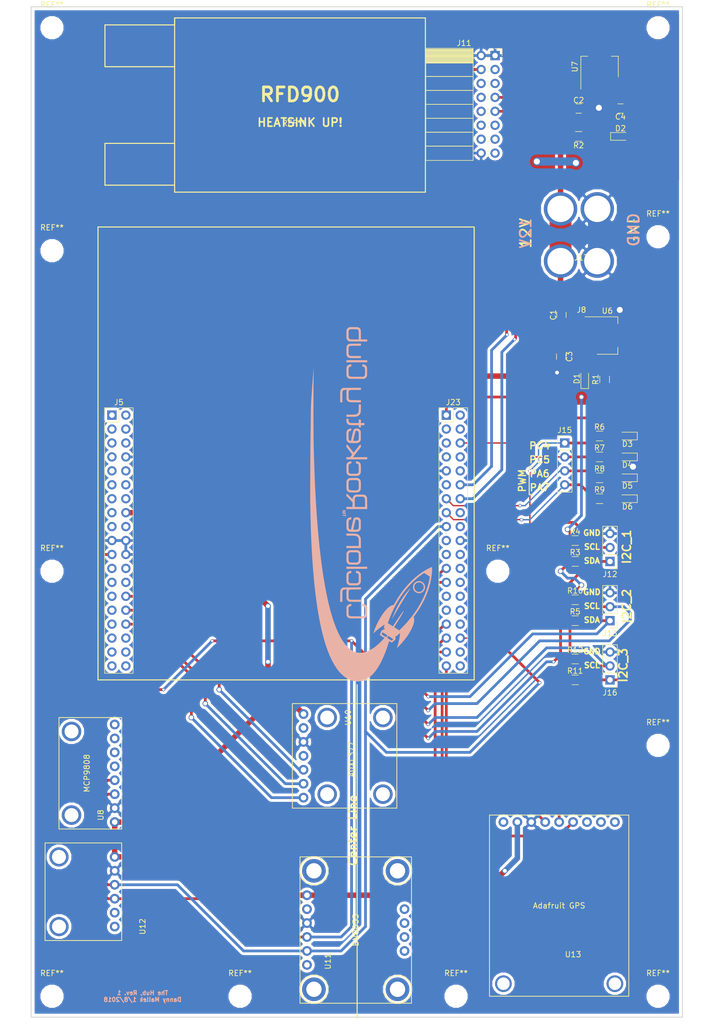
<source format=kicad_pcb>
(kicad_pcb (version 4) (host pcbnew 4.0.7)
  (title_block (title "The Hub") (rev 1.0) (company "Desert Jackal"))
  (layers (0 F.Cu signal) (31 B.Cu signal) (34 B.Paste user) (35 F.Paste user) (36 B.SilkS user) (37 F.SilkS user) (38 B.Mask user) (39 F.Mask user) (44 Edge.Cuts user))
  (net 0 "")
  (net 1 +12V)
  (net 2 GND)
  (net 3 +3V3)
  (net 4 +5V)
  (net 5 "Net-(D1-Pad1)")
  (net 6 "Net-(D2-Pad1)")
  (net 7 "Net-(D3-Pad2)")
  (net 8 "Net-(D4-Pad2)")
  (net 9 "Net-(D5-Pad2)")
  (net 10 "Net-(D6-Pad2)")
  (net 11 /PC9)
  (net 12 /PC8)
  (net 13 /PB8)
  (net 14 /PC6)
  (net 15 /PB9)
  (net 16 /PC5)
  (net 17 /AVDD)
  (net 18 "Net-(J5-Pad10)")
  (net 19 /PA5)
  (net 20 /PA12)
  (net 21 /PA6)
  (net 22 /PA11)
  (net 23 /PA7)
  (net 24 /PB12)
  (net 25 /PB6)
  (net 26 /PA9)
  (net 27 /PA8)
  (net 28 /PB1)
  (net 29 /PB15)
  (net 30 /PB4)
  (net 31 /PB14)
  (net 32 /PB5)
  (net 33 /PB13)
  (net 34 /AGND)
  (net 35 /PC4)
  (net 36 /PA2)
  (net 37 /PA3)
  (net 38 "Net-(J11-Pad3)")
  (net 39 "Net-(J11-Pad5)")
  (net 40 "Net-(J11-Pad6)")
  (net 41 "Net-(J11-Pad8)")
  (net 42 "Net-(J11-Pad10)")
  (net 43 "Net-(J11-Pad11)")
  (net 44 "Net-(J11-Pad12)")
  (net 45 "Net-(J11-Pad13)")
  (net 46 "Net-(J11-Pad14)")
  (net 47 "Net-(J11-Pad15)")
  (net 48 /PB7)
  (net 49 /A0)
  (net 50 /A1)
  (net 51 /A2)
  (net 52 /PC10)
  (net 53 /PC11)
  (net 54 /PC12)
  (net 55 /PD2)
  (net 56 /VDD)
  (net 57 /E5V)
  (net 58 /BOOT0)
  (net 59 "Net-(J5-Pad9)")
  (net 60 "Net-(J5-Pad11)")
  (net 61 /IOREF)
  (net 62 /PA13)
  (net 63 /RESET)
  (net 64 /PA14)
  (net 65 /PA15)
  (net 66 /PC13)
  (net 67 "Net-(J5-Pad24)")
  (net 68 /PC14)
  (net 69 "Net-(J5-Pad26)")
  (net 70 /PC15)
  (net 71 /PH0)
  (net 72 /PH1)
  (net 73 /VBAT)
  (net 74 /PB0)
  (net 75 /PC2)
  (net 76 /PC1)
  (net 77 /PC3)
  (net 78 /PC0)
  (net 79 /U5V)
  (net 80 "Net-(J23-Pad10)")
  (net 81 "Net-(J23-Pad18)")
  (net 82 /PC7)
  (net 83 /PB2)
  (net 84 "Net-(J23-Pad36)")
  (net 85 "Net-(J23-Pad38)")
  (net 86 /PB3)
  (net 87 /PB10)
  (net 88 /GPS_FIX)
  (net 89 "Net-(U8-Pad5)")
  (net 90 "Net-(U8-Pad6)")
  (net 91 "Net-(U8-Pad7)")
  (net 92 "Net-(U8-Pad8)")
  (net 93 "Net-(U10-Pad2)")
  (net 94 "Net-(U10-Pad4)")
  (net 95 "Net-(U11-Pad2)")
  (net 96 "Net-(U11-Pad6)")
  (net 97 "Net-(U11-Pad7)")
  (net 98 "Net-(U11-Pad8)")
  (net 99 "Net-(U11-Pad9)")
  (net 100 "Net-(U11-Pad10)")
  (net 101 "Net-(U12-Pad1)")
  (net 102 "Net-(U12-Pad2)")
  (net 103 "Net-(U13-Pad1)")
  (net 104 "Net-(U13-Pad2)")
  (net 105 "Net-(U13-Pad3)")
  (net 106 "Net-(U13-Pad9)")
  (module Mounting_Holes:MountingHole_3.2mm_M3 (layer F.Cu) (at 176.53 92.71)
    (fp_text reference REF** (at 0 -4.2) (layer F.SilkS))
    (fp_text value MountingHole_3.2mm_M3)
    (pad 1 np_thru_hole circle (at 0 0) (size 3.2 3.2) (drill 3.2) (layers *.Cu *.Mask))
  )
  (module TO_SOT_Packages_SMD:SOT-223-3Lead_TabPin2 (layer F.Cu) (at 167.2844 110.7186)
    (fp_text reference U6 (at 0 -4.5) (layer F.SilkS))
    (fp_text value TL1963)
    (pad 2 smd rect (at 3.15 0) (size 2 3.8) (layers F.Cu F.Paste F.Mask) (net 2 GND))
    (pad 2 smd rect (at -3.15 0) (size 2 1.5) (layers F.Cu F.Paste F.Mask) (net 2 GND))
    (pad 3 smd rect (at -3.15 2.3) (size 2 1.5) (layers F.Cu F.Paste F.Mask) (net 3 +3V3))
    (pad 1 smd rect (at -3.15 -2.3) (size 2 1.5) (layers F.Cu F.Paste F.Mask) (net 1 +12V))
  )
  (module Socket_Strips:Socket_Strip_Angled_2x08_Pitch2.54mm (layer F.Cu) (at 146.812 59.69)
    (fp_text reference J11 (at -5.65 -2.27) (layer F.SilkS))
    (fp_text value RFD900)
    (pad 1 thru_hole rect (at 0 0) (size 1.7 1.7) (drill 1) (layers *.Cu *.Mask) (net 2 GND))
    (pad 2 thru_hole oval (at -2.54 0) (size 1.7 1.7) (drill 1) (layers *.Cu *.Mask) (net 2 GND))
    (pad 3 thru_hole oval (at 0 2.54) (size 1.7 1.7) (drill 1) (layers *.Cu *.Mask) (net 38 "Net-(J11-Pad3)"))
    (pad 4 thru_hole oval (at -2.54 2.54) (size 1.7 1.7) (drill 1) (layers *.Cu *.Mask) (net 4 +5V))
    (pad 5 thru_hole oval (at 0 5.08) (size 1.7 1.7) (drill 1) (layers *.Cu *.Mask) (net 39 "Net-(J11-Pad5)"))
    (pad 6 thru_hole oval (at -2.54 5.08) (size 1.7 1.7) (drill 1) (layers *.Cu *.Mask) (net 40 "Net-(J11-Pad6)"))
    (pad 7 thru_hole oval (at 0 7.62) (size 1.7 1.7) (drill 1) (layers *.Cu *.Mask) (net 22 /PA11))
    (pad 8 thru_hole oval (at -2.54 7.62) (size 1.7 1.7) (drill 1) (layers *.Cu *.Mask) (net 41 "Net-(J11-Pad8)"))
    (pad 9 thru_hole oval (at 0 10.16) (size 1.7 1.7) (drill 1) (layers *.Cu *.Mask) (net 20 /PA12))
    (pad 10 thru_hole oval (at -2.54 10.16) (size 1.7 1.7) (drill 1) (layers *.Cu *.Mask) (net 42 "Net-(J11-Pad10)"))
    (pad 11 thru_hole oval (at 0 12.7) (size 1.7 1.7) (drill 1) (layers *.Cu *.Mask) (net 43 "Net-(J11-Pad11)"))
    (pad 12 thru_hole oval (at -2.54 12.7) (size 1.7 1.7) (drill 1) (layers *.Cu *.Mask) (net 44 "Net-(J11-Pad12)"))
    (pad 13 thru_hole oval (at 0 15.24) (size 1.7 1.7) (drill 1) (layers *.Cu *.Mask) (net 45 "Net-(J11-Pad13)"))
    (pad 14 thru_hole oval (at -2.54 15.24) (size 1.7 1.7) (drill 1) (layers *.Cu *.Mask) (net 46 "Net-(J11-Pad14)"))
    (pad 15 thru_hole oval (at 0 17.78) (size 1.7 1.7) (drill 1) (layers *.Cu *.Mask) (net 47 "Net-(J11-Pad15)"))
    (pad 16 thru_hole oval (at -2.54 17.78) (size 1.7 1.7) (drill 1) (layers *.Cu *.Mask) (net 2 GND))
  )
  (module TO_SOT_Packages_SMD:SOT-223 (layer F.Cu) (at 165.862 61.722 90)
    (fp_text reference U7 (at 0 -4.5 90) (layer F.SilkS))
    (fp_text value LM340MP-5.0)
    (pad 4 smd rect (at 3.15 0 90) (size 2 3.8) (layers F.Cu F.Paste F.Mask))
    (pad 2 smd rect (at -3.15 0 90) (size 2 1.5) (layers F.Cu F.Paste F.Mask) (net 2 GND))
    (pad 3 smd rect (at -3.15 2.3 90) (size 2 1.5) (layers F.Cu F.Paste F.Mask) (net 4 +5V))
    (pad 1 smd rect (at -3.15 -2.3 90) (size 2 1.5) (layers F.Cu F.Paste F.Mask) (net 1 +12V))
  )
  (module Resistors_SMD:R_0805 (layer F.Cu) (at 161.417 169.672)
    (fp_text reference R12 (at 0 -1.65) (layer F.SilkS))
    (fp_text value 2.2K)
    (pad 1 smd rect (at -0.95 0) (size 0.7 1.3) (layers F.Cu F.Paste F.Mask) (net 3 +3V3))
    (pad 2 smd rect (at 0.95 0) (size 0.7 1.3) (layers F.Cu F.Paste F.Mask) (net 27 /PA8))
  )
  (module Resistors_SMD:R_0805 (layer F.Cu) (at 161.417 173.482)
    (fp_text reference R11 (at 0 -1.65) (layer F.SilkS))
    (fp_text value 2.2K)
    (pad 1 smd rect (at -0.95 0) (size 0.7 1.3) (layers F.Cu F.Paste F.Mask) (net 3 +3V3))
    (pad 2 smd rect (at 0.95 0) (size 0.7 1.3) (layers F.Cu F.Paste F.Mask) (net 11 /PC9))
  )
  (module Resistors_SMD:R_0805 (layer F.Cu) (at 161.417 158.877)
    (fp_text reference R10 (at 0 -1.65) (layer F.SilkS))
    (fp_text value 2.2K)
    (pad 1 smd rect (at -0.95 0) (size 0.7 1.3) (layers F.Cu F.Paste F.Mask) (net 3 +3V3))
    (pad 2 smd rect (at 0.95 0) (size 0.7 1.3) (layers F.Cu F.Paste F.Mask) (net 87 /PB10))
  )
  (module Resistors_SMD:R_0805 (layer F.Cu) (at 165.862 140.462)
    (fp_text reference R9 (at 0 -1.65) (layer F.SilkS))
    (fp_text value 220)
    (pad 1 smd rect (at -0.95 0) (size 0.7 1.3) (layers F.Cu F.Paste F.Mask) (net 23 /PA7))
    (pad 2 smd rect (at 0.95 0) (size 0.7 1.3) (layers F.Cu F.Paste F.Mask) (net 10 "Net-(D6-Pad2)"))
  )
  (module Resistors_SMD:R_0805 (layer F.Cu) (at 165.862 136.652)
    (fp_text reference R8 (at 0 -1.65) (layer F.SilkS))
    (fp_text value 220)
    (pad 1 smd rect (at -0.95 0) (size 0.7 1.3) (layers F.Cu F.Paste F.Mask) (net 21 /PA6))
    (pad 2 smd rect (at 0.95 0) (size 0.7 1.3) (layers F.Cu F.Paste F.Mask) (net 9 "Net-(D5-Pad2)"))
  )
  (module Resistors_SMD:R_0805 (layer F.Cu) (at 165.862 132.842)
    (fp_text reference R7 (at 0 -1.65) (layer F.SilkS))
    (fp_text value 220)
    (pad 1 smd rect (at -0.95 0) (size 0.7 1.3) (layers F.Cu F.Paste F.Mask) (net 16 /PC5))
    (pad 2 smd rect (at 0.95 0) (size 0.7 1.3) (layers F.Cu F.Paste F.Mask) (net 8 "Net-(D4-Pad2)"))
  )
  (module Resistors_SMD:R_0805 (layer F.Cu) (at 165.862 129.032)
    (fp_text reference R6 (at 0 -1.65) (layer F.SilkS))
    (fp_text value 220)
    (pad 1 smd rect (at -0.95 0) (size 0.7 1.3) (layers F.Cu F.Paste F.Mask) (net 35 /PC4))
    (pad 2 smd rect (at 0.95 0) (size 0.7 1.3) (layers F.Cu F.Paste F.Mask) (net 7 "Net-(D3-Pad2)"))
  )
  (module Resistors_SMD:R_0805 (layer F.Cu) (at 161.417 162.687)
    (fp_text reference R5 (at 0 -1.65) (layer F.SilkS))
    (fp_text value 2.2K)
    (pad 1 smd rect (at -0.95 0) (size 0.7 1.3) (layers F.Cu F.Paste F.Mask) (net 3 +3V3))
    (pad 2 smd rect (at 0.95 0) (size 0.7 1.3) (layers F.Cu F.Paste F.Mask) (net 86 /PB3))
  )
  (module Resistors_SMD:R_0805 (layer F.Cu) (at 161.417 148.082)
    (fp_text reference R4 (at 0 -1.65) (layer F.SilkS))
    (fp_text value 2.2K)
    (pad 1 smd rect (at -0.95 0) (size 0.7 1.3) (layers F.Cu F.Paste F.Mask) (net 3 +3V3))
    (pad 2 smd rect (at 0.95 0) (size 0.7 1.3) (layers F.Cu F.Paste F.Mask) (net 25 /PB6))
  )
  (module Resistors_SMD:R_0805 (layer F.Cu) (at 161.417 151.892)
    (fp_text reference R3 (at 0 -1.65) (layer F.SilkS))
    (fp_text value 2.2K)
    (pad 1 smd rect (at -0.95 0) (size 0.7 1.3) (layers F.Cu F.Paste F.Mask) (net 3 +3V3))
    (pad 2 smd rect (at 0.95 0) (size 0.7 1.3) (layers F.Cu F.Paste F.Mask) (net 48 /PB7))
  )
  (module Resistors_SMD:R_0805 (layer F.Cu) (at 162.052 74.422 180)
    (fp_text reference R2 (at 0 -1.65 180) (layer F.SilkS))
    (fp_text value 220)
    (pad 1 smd rect (at -0.95 0 180) (size 0.7 1.3) (layers F.Cu F.Paste F.Mask) (net 6 "Net-(D2-Pad1)"))
    (pad 2 smd rect (at 0.95 0 180) (size 0.7 1.3) (layers F.Cu F.Paste F.Mask) (net 2 GND))
  )
  (module Resistors_SMD:R_0805 (layer F.Cu) (at 166.7891 118.7196 90)
    (fp_text reference R1 (at 0 -1.65 90) (layer F.SilkS))
    (fp_text value 220)
    (pad 1 smd rect (at -0.95 0 90) (size 0.7 1.3) (layers F.Cu F.Paste F.Mask) (net 5 "Net-(D1-Pad1)"))
    (pad 2 smd rect (at 0.95 0 90) (size 0.7 1.3) (layers F.Cu F.Paste F.Mask) (net 2 GND))
  )
  (module Pin_Headers:Pin_Header_Straight_1x03_Pitch2.54mm (layer F.Cu) (at 167.767 173.482 180)
    (fp_text reference J16 (at 0 -2.33 180) (layer F.SilkS))
    (fp_text value "I2C_3 Test Point")
    (pad 1 thru_hole rect (at 0 0 180) (size 1.7 1.7) (drill 1) (layers *.Cu *.Mask) (net 11 /PC9))
    (pad 2 thru_hole oval (at 0 2.54 180) (size 1.7 1.7) (drill 1) (layers *.Cu *.Mask) (net 27 /PA8))
    (pad 3 thru_hole oval (at 0 5.08 180) (size 1.7 1.7) (drill 1) (layers *.Cu *.Mask) (net 2 GND))
  )
  (module Pin_Headers:Pin_Header_Straight_1x04_Pitch2.54mm (layer F.Cu) (at 159.512 130.302)
    (fp_text reference J15 (at 0 -2.33) (layer F.SilkS))
    (fp_text value "GPIO Test")
    (pad 1 thru_hole rect (at 0 0) (size 1.7 1.7) (drill 1) (layers *.Cu *.Mask) (net 35 /PC4))
    (pad 2 thru_hole oval (at 0 2.54) (size 1.7 1.7) (drill 1) (layers *.Cu *.Mask) (net 16 /PC5))
    (pad 3 thru_hole oval (at 0 5.08) (size 1.7 1.7) (drill 1) (layers *.Cu *.Mask) (net 21 /PA6))
    (pad 4 thru_hole oval (at 0 7.62) (size 1.7 1.7) (drill 1) (layers *.Cu *.Mask) (net 23 /PA7))
  )
  (module Pin_Headers:Pin_Header_Straight_1x03_Pitch2.54mm (layer F.Cu) (at 167.767 162.687 180)
    (fp_text reference J13 (at 0 -2.33 180) (layer F.SilkS))
    (fp_text value "I2C_2 Test Point")
    (pad 1 thru_hole rect (at 0 0 180) (size 1.7 1.7) (drill 1) (layers *.Cu *.Mask) (net 86 /PB3))
    (pad 2 thru_hole oval (at 0 2.54 180) (size 1.7 1.7) (drill 1) (layers *.Cu *.Mask) (net 87 /PB10))
    (pad 3 thru_hole oval (at 0 5.08 180) (size 1.7 1.7) (drill 1) (layers *.Cu *.Mask) (net 2 GND))
  )
  (module Pin_Headers:Pin_Header_Straight_1x03_Pitch2.54mm (layer F.Cu) (at 167.767 151.892 180)
    (fp_text reference J12 (at 0 -2.33 180) (layer F.SilkS))
    (fp_text value "I2C_1 Test Point")
    (pad 1 thru_hole rect (at 0 0 180) (size 1.7 1.7) (drill 1) (layers *.Cu *.Mask) (net 48 /PB7))
    (pad 2 thru_hole oval (at 0 2.54 180) (size 1.7 1.7) (drill 1) (layers *.Cu *.Mask) (net 25 /PB6))
    (pad 3 thru_hole oval (at 0 5.08 180) (size 1.7 1.7) (drill 1) (layers *.Cu *.Mask) (net 2 GND))
  )
  (module LEDs:LED_0805 (layer F.Cu) (at 170.942 140.462 180)
    (fp_text reference D6 (at 0 -1.45 180) (layer F.SilkS))
    (fp_text value LED)
    (pad 2 smd rect (at 1.1 0) (size 1.2 1.2) (layers F.Cu F.Paste F.Mask) (net 10 "Net-(D6-Pad2)"))
    (pad 1 smd rect (at -1.1 0) (size 1.2 1.2) (layers F.Cu F.Paste F.Mask) (net 2 GND))
  )
  (module LEDs:LED_0805 (layer F.Cu) (at 170.942 136.652 180)
    (fp_text reference D5 (at 0 -1.45 180) (layer F.SilkS))
    (fp_text value LED)
    (pad 2 smd rect (at 1.1 0) (size 1.2 1.2) (layers F.Cu F.Paste F.Mask) (net 9 "Net-(D5-Pad2)"))
    (pad 1 smd rect (at -1.1 0) (size 1.2 1.2) (layers F.Cu F.Paste F.Mask) (net 2 GND))
  )
  (module LEDs:LED_0805 (layer F.Cu) (at 170.942 132.842 180)
    (fp_text reference D4 (at 0 -1.45 180) (layer F.SilkS))
    (fp_text value LED)
    (pad 2 smd rect (at 1.1 0) (size 1.2 1.2) (layers F.Cu F.Paste F.Mask) (net 8 "Net-(D4-Pad2)"))
    (pad 1 smd rect (at -1.1 0) (size 1.2 1.2) (layers F.Cu F.Paste F.Mask) (net 2 GND))
  )
  (module LEDs:LED_0805 (layer F.Cu) (at 170.942 129.032 180)
    (fp_text reference D3 (at 0 -1.45 180) (layer F.SilkS))
    (fp_text value LED)
    (pad 2 smd rect (at 1.1 0) (size 1.2 1.2) (layers F.Cu F.Paste F.Mask) (net 7 "Net-(D3-Pad2)"))
    (pad 1 smd rect (at -1.1 0) (size 1.2 1.2) (layers F.Cu F.Paste F.Mask) (net 2 GND))
  )
  (module LEDs:LED_0805 (layer F.Cu) (at 169.672 74.422)
    (fp_text reference D2 (at 0 -1.45) (layer F.SilkS))
    (fp_text value LED)
    (pad 2 smd rect (at 1.1 0 180) (size 1.2 1.2) (layers F.Cu F.Paste F.Mask) (net 4 +5V))
    (pad 1 smd rect (at -1.1 0 180) (size 1.2 1.2) (layers F.Cu F.Paste F.Mask) (net 6 "Net-(D2-Pad1)"))
  )
  (module LEDs:LED_0805 (layer F.Cu) (at 163.1569 118.5799 90)
    (fp_text reference D1 (at 0 -1.45 90) (layer F.SilkS))
    (fp_text value LED)
    (pad 2 smd rect (at 1.1 0 270) (size 1.2 1.2) (layers F.Cu F.Paste F.Mask) (net 3 +3V3))
    (pad 1 smd rect (at -1.1 0 270) (size 1.2 1.2) (layers F.Cu F.Paste F.Mask) (net 5 "Net-(D1-Pad1)"))
  )
  (module Capacitors_SMD:C_0805 (layer F.Cu) (at 169.672 69.342 180)
    (fp_text reference C4 (at 0 -1.5 180) (layer F.SilkS))
    (fp_text value 10U)
    (pad 1 smd rect (at -1 0 180) (size 1 1.25) (layers F.Cu F.Paste F.Mask) (net 4 +5V))
    (pad 2 smd rect (at 1 0 180) (size 1 1.25) (layers F.Cu F.Paste F.Mask) (net 2 GND))
  )
  (module Capacitors_SMD:C_0805 (layer F.Cu) (at 158.8643 114.554 270)
    (fp_text reference C3 (at 0 -1.5 270) (layer F.SilkS))
    (fp_text value 10U)
    (pad 1 smd rect (at -1 0 270) (size 1 1.25) (layers F.Cu F.Paste F.Mask) (net 3 +3V3))
    (pad 2 smd rect (at 1 0 270) (size 1 1.25) (layers F.Cu F.Paste F.Mask) (net 2 GND))
  )
  (module Capacitors_SMD:C_0805 (layer F.Cu) (at 162.052 69.342)
    (fp_text reference C2 (at 0 -1.5) (layer F.SilkS))
    (fp_text value 10U)
    (pad 1 smd rect (at -1 0) (size 1 1.25) (layers F.Cu F.Paste F.Mask) (net 1 +12V))
    (pad 2 smd rect (at 1 0) (size 1 1.25) (layers F.Cu F.Paste F.Mask) (net 2 GND))
  )
  (module Capacitors_SMD:C_0805 (layer F.Cu) (at 158.9151 106.9594 90)
    (fp_text reference C1 (at 0 -1.5 90) (layer F.SilkS))
    (fp_text value 10U)
    (pad 1 smd rect (at -1 0 90) (size 1 1.25) (layers F.Cu F.Paste F.Mask) (net 1 +12V))
    (pad 2 smd rect (at 1 0 90) (size 1 1.25) (layers F.Cu F.Paste F.Mask) (net 2 GND))
  )
  (module FoxWestern:NucleoSocketStrip (layer F.Cu) (at 143.002 125.222)
    (fp_text reference J23 (at -3.81 -2.33) (layer F.SilkS))
    (fp_text value NucleoRight)
    (pad 1 thru_hole rect (at -5.08 0) (size 1.7 1.7) (drill 1) (layers *.Cu *.Mask) (net 11 /PC9))
    (pad 2 thru_hole oval (at -2.54 0) (size 1.7 1.7) (drill 1) (layers *.Cu *.Mask) (net 12 /PC8))
    (pad 3 thru_hole oval (at -5.08 2.54) (size 1.7 1.7) (drill 1) (layers *.Cu *.Mask) (net 13 /PB8))
    (pad 4 thru_hole oval (at -2.54 2.54) (size 1.7 1.7) (drill 1) (layers *.Cu *.Mask) (net 14 /PC6))
    (pad 5 thru_hole oval (at -5.08 5.08) (size 1.7 1.7) (drill 1) (layers *.Cu *.Mask) (net 15 /PB9))
    (pad 6 thru_hole oval (at -2.54 5.08) (size 1.7 1.7) (drill 1) (layers *.Cu *.Mask) (net 16 /PC5))
    (pad 7 thru_hole oval (at -5.08 7.62) (size 1.7 1.7) (drill 1) (layers *.Cu *.Mask) (net 17 /AVDD))
    (pad 8 thru_hole oval (at -2.54 7.62) (size 1.7 1.7) (drill 1) (layers *.Cu *.Mask) (net 79 /U5V))
    (pad 9 thru_hole oval (at -5.08 10.16) (size 1.7 1.7) (drill 1) (layers *.Cu *.Mask) (net 2 GND))
    (pad 10 thru_hole oval (at -2.54 10.16) (size 1.7 1.7) (drill 1) (layers *.Cu *.Mask) (net 80 "Net-(J23-Pad10)"))
    (pad 11 thru_hole oval (at -5.08 12.7) (size 1.7 1.7) (drill 1) (layers *.Cu *.Mask) (net 19 /PA5))
    (pad 12 thru_hole oval (at -2.54 12.7) (size 1.7 1.7) (drill 1) (layers *.Cu *.Mask) (net 20 /PA12))
    (pad 13 thru_hole oval (at -5.08 15.24) (size 1.7 1.7) (drill 1) (layers *.Cu *.Mask) (net 21 /PA6))
    (pad 14 thru_hole oval (at -2.54 15.24) (size 1.7 1.7) (drill 1) (layers *.Cu *.Mask) (net 22 /PA11))
    (pad 15 thru_hole oval (at -5.08 17.78) (size 1.7 1.7) (drill 1) (layers *.Cu *.Mask) (net 23 /PA7))
    (pad 16 thru_hole oval (at -2.54 17.78) (size 1.7 1.7) (drill 1) (layers *.Cu *.Mask) (net 24 /PB12))
    (pad 17 thru_hole oval (at -5.08 20.32) (size 1.7 1.7) (drill 1) (layers *.Cu *.Mask) (net 25 /PB6))
    (pad 18 thru_hole oval (at -2.54 20.32) (size 1.7 1.7) (drill 1) (layers *.Cu *.Mask) (net 81 "Net-(J23-Pad18)"))
    (pad 19 thru_hole oval (at -5.08 22.86) (size 1.7 1.7) (drill 1) (layers *.Cu *.Mask) (net 82 /PC7))
    (pad 20 thru_hole oval (at -2.54 22.86) (size 1.7 1.7) (drill 1) (layers *.Cu *.Mask) (net 2 GND))
    (pad 21 thru_hole oval (at -5.08 25.4) (size 1.7 1.7) (drill 1) (layers *.Cu *.Mask) (net 26 /PA9))
    (pad 22 thru_hole oval (at -2.54 25.4) (size 1.7 1.7) (drill 1) (layers *.Cu *.Mask) (net 83 /PB2))
    (pad 23 thru_hole oval (at -5.08 27.94) (size 1.7 1.7) (drill 1) (layers *.Cu *.Mask) (net 27 /PA8))
    (pad 24 thru_hole oval (at -2.54 27.94) (size 1.7 1.7) (drill 1) (layers *.Cu *.Mask) (net 28 /PB1))
    (pad 25 thru_hole oval (at -5.08 30.48) (size 1.7 1.7) (drill 1) (layers *.Cu *.Mask) (net 87 /PB10))
    (pad 26 thru_hole oval (at -2.54 30.48) (size 1.7 1.7) (drill 1) (layers *.Cu *.Mask) (net 29 /PB15))
    (pad 27 thru_hole oval (at -5.08 33.02) (size 1.7 1.7) (drill 1) (layers *.Cu *.Mask) (net 30 /PB4))
    (pad 28 thru_hole oval (at -2.54 33.02) (size 1.7 1.7) (drill 1) (layers *.Cu *.Mask) (net 31 /PB14))
    (pad 29 thru_hole oval (at -5.08 35.56) (size 1.7 1.7) (drill 1) (layers *.Cu *.Mask) (net 32 /PB5))
    (pad 30 thru_hole oval (at -2.54 35.56) (size 1.7 1.7) (drill 1) (layers *.Cu *.Mask) (net 33 /PB13))
    (pad 31 thru_hole oval (at -5.08 38.1) (size 1.7 1.7) (drill 1) (layers *.Cu *.Mask) (net 86 /PB3))
    (pad 32 thru_hole oval (at -2.54 38.1) (size 1.7 1.7) (drill 1) (layers *.Cu *.Mask) (net 34 /AGND))
    (pad 33 thru_hole oval (at -5.08 40.64) (size 1.7 1.7) (drill 1) (layers *.Cu *.Mask) (net 88 /GPS_FIX))
    (pad 34 thru_hole oval (at -2.54 40.64) (size 1.7 1.7) (drill 1) (layers *.Cu *.Mask) (net 35 /PC4))
    (pad 35 thru_hole oval (at -5.08 43.18) (size 1.7 1.7) (drill 1) (layers *.Cu *.Mask) (net 36 /PA2))
    (pad 36 thru_hole oval (at -2.54 43.18) (size 1.7 1.7) (drill 1) (layers *.Cu *.Mask) (net 84 "Net-(J23-Pad36)"))
    (pad 37 thru_hole oval (at -5.08 45.72) (size 1.7 1.7) (drill 1) (layers *.Cu *.Mask) (net 37 /PA3))
    (pad 38 thru_hole oval (at -2.54 45.72) (size 1.7 1.7) (drill 1) (layers *.Cu *.Mask) (net 85 "Net-(J23-Pad38)"))
  )
  (module FoxWestern:NucleoSocketStrip (layer F.Cu) (at 82.042 125.222)
    (fp_text reference J5 (at -3.81 -2.33) (layer F.SilkS))
    (fp_text value NucleoLeft)
    (pad 1 thru_hole rect (at -5.08 0) (size 1.7 1.7) (drill 1) (layers *.Cu *.Mask) (net 52 /PC10))
    (pad 2 thru_hole oval (at -2.54 0) (size 1.7 1.7) (drill 1) (layers *.Cu *.Mask) (net 53 /PC11))
    (pad 3 thru_hole oval (at -5.08 2.54) (size 1.7 1.7) (drill 1) (layers *.Cu *.Mask) (net 54 /PC12))
    (pad 4 thru_hole oval (at -2.54 2.54) (size 1.7 1.7) (drill 1) (layers *.Cu *.Mask) (net 55 /PD2))
    (pad 5 thru_hole oval (at -5.08 5.08) (size 1.7 1.7) (drill 1) (layers *.Cu *.Mask) (net 56 /VDD))
    (pad 6 thru_hole oval (at -2.54 5.08) (size 1.7 1.7) (drill 1) (layers *.Cu *.Mask) (net 57 /E5V))
    (pad 7 thru_hole oval (at -5.08 7.62) (size 1.7 1.7) (drill 1) (layers *.Cu *.Mask) (net 58 /BOOT0))
    (pad 8 thru_hole oval (at -2.54 7.62) (size 1.7 1.7) (drill 1) (layers *.Cu *.Mask) (net 2 GND))
    (pad 9 thru_hole oval (at -5.08 10.16) (size 1.7 1.7) (drill 1) (layers *.Cu *.Mask) (net 59 "Net-(J5-Pad9)"))
    (pad 10 thru_hole oval (at -2.54 10.16) (size 1.7 1.7) (drill 1) (layers *.Cu *.Mask) (net 18 "Net-(J5-Pad10)"))
    (pad 11 thru_hole oval (at -5.08 12.7) (size 1.7 1.7) (drill 1) (layers *.Cu *.Mask) (net 60 "Net-(J5-Pad11)"))
    (pad 12 thru_hole oval (at -2.54 12.7) (size 1.7 1.7) (drill 1) (layers *.Cu *.Mask) (net 61 /IOREF))
    (pad 13 thru_hole oval (at -5.08 15.24) (size 1.7 1.7) (drill 1) (layers *.Cu *.Mask) (net 62 /PA13))
    (pad 14 thru_hole oval (at -2.54 15.24) (size 1.7 1.7) (drill 1) (layers *.Cu *.Mask) (net 63 /RESET))
    (pad 15 thru_hole oval (at -5.08 17.78) (size 1.7 1.7) (drill 1) (layers *.Cu *.Mask) (net 64 /PA14))
    (pad 16 thru_hole oval (at -2.54 17.78) (size 1.7 1.7) (drill 1) (layers *.Cu *.Mask) (net 3 +3V3))
    (pad 17 thru_hole oval (at -5.08 20.32) (size 1.7 1.7) (drill 1) (layers *.Cu *.Mask) (net 65 /PA15))
    (pad 18 thru_hole oval (at -2.54 20.32) (size 1.7 1.7) (drill 1) (layers *.Cu *.Mask) (net 4 +5V))
    (pad 19 thru_hole oval (at -5.08 22.86) (size 1.7 1.7) (drill 1) (layers *.Cu *.Mask) (net 2 GND))
    (pad 20 thru_hole oval (at -2.54 22.86) (size 1.7 1.7) (drill 1) (layers *.Cu *.Mask) (net 2 GND))
    (pad 21 thru_hole oval (at -5.08 25.4) (size 1.7 1.7) (drill 1) (layers *.Cu *.Mask) (net 48 /PB7))
    (pad 22 thru_hole oval (at -2.54 25.4) (size 1.7 1.7) (drill 1) (layers *.Cu *.Mask) (net 2 GND))
    (pad 23 thru_hole oval (at -5.08 27.94) (size 1.7 1.7) (drill 1) (layers *.Cu *.Mask) (net 66 /PC13))
    (pad 24 thru_hole oval (at -2.54 27.94) (size 1.7 1.7) (drill 1) (layers *.Cu *.Mask) (net 67 "Net-(J5-Pad24)"))
    (pad 25 thru_hole oval (at -5.08 30.48) (size 1.7 1.7) (drill 1) (layers *.Cu *.Mask) (net 68 /PC14))
    (pad 26 thru_hole oval (at -2.54 30.48) (size 1.7 1.7) (drill 1) (layers *.Cu *.Mask) (net 69 "Net-(J5-Pad26)"))
    (pad 27 thru_hole oval (at -5.08 33.02) (size 1.7 1.7) (drill 1) (layers *.Cu *.Mask) (net 70 /PC15))
    (pad 28 thru_hole oval (at -2.54 33.02) (size 1.7 1.7) (drill 1) (layers *.Cu *.Mask) (net 49 /A0))
    (pad 29 thru_hole oval (at -5.08 35.56) (size 1.7 1.7) (drill 1) (layers *.Cu *.Mask) (net 71 /PH0))
    (pad 30 thru_hole oval (at -2.54 35.56) (size 1.7 1.7) (drill 1) (layers *.Cu *.Mask) (net 50 /A1))
    (pad 31 thru_hole oval (at -5.08 38.1) (size 1.7 1.7) (drill 1) (layers *.Cu *.Mask) (net 72 /PH1))
    (pad 32 thru_hole oval (at -2.54 38.1) (size 1.7 1.7) (drill 1) (layers *.Cu *.Mask) (net 51 /A2))
    (pad 33 thru_hole oval (at -5.08 40.64) (size 1.7 1.7) (drill 1) (layers *.Cu *.Mask) (net 73 /VBAT))
    (pad 34 thru_hole oval (at -2.54 40.64) (size 1.7 1.7) (drill 1) (layers *.Cu *.Mask) (net 74 /PB0))
    (pad 35 thru_hole oval (at -5.08 43.18) (size 1.7 1.7) (drill 1) (layers *.Cu *.Mask) (net 75 /PC2))
    (pad 36 thru_hole oval (at -2.54 43.18) (size 1.7 1.7) (drill 1) (layers *.Cu *.Mask) (net 76 /PC1))
    (pad 37 thru_hole oval (at -5.08 45.72) (size 1.7 1.7) (drill 1) (layers *.Cu *.Mask) (net 77 /PC3))
    (pad 38 thru_hole oval (at -2.54 45.72) (size 1.7 1.7) (drill 1) (layers *.Cu *.Mask) (net 78 /PC0))
  )
  (module Symbols:Symbol_Attention_CopperTop_Small (layer F.Cu) (at 110.236 77.724)
    (fp_text reference REF** (at -0.127 -5.715) (layer F.SilkS))
    (fp_text value Symbol_Attention_CopperTop_Small)
    (fp_line (start 0 -4.191) (end 4.699 2.794) (layer F.Cu) (width 0.381))
    (fp_line (start 4.699 2.794) (end -4.699 2.794) (layer F.Cu) (width 0.381))
    (fp_line (start -4.699 2.794) (end 0 -4.191) (layer F.Cu) (width 0.381))
    (fp_circle (center 0 1.905) (end 0 2.032) (layer F.Cu) (width 0.381))
    (fp_circle (center 0 1.905) (end 0.254 2.159) (layer F.Cu) (width 0.381))
    (fp_line (start 0 1.016) (end -0.127 -2.54) (layer F.Cu) (width 0.381))
    (fp_line (start 0 0.889) (end 0.127 -2.54) (layer F.Cu) (width 0.381))
    (fp_line (start 0 -2.54) (end 0.508 -2.54) (layer F.Cu) (width 0.381))
    (fp_line (start 0.508 -2.54) (end 0 1.016) (layer F.Cu) (width 0.381))
    (fp_line (start 0 1.016) (end -0.508 -2.54) (layer F.Cu) (width 0.381))
    (fp_line (start -0.508 -2.54) (end 0 -2.54) (layer F.Cu) (width 0.381))
  )
  (module Mounting_Holes:MountingHole_3.2mm_M3 (layer F.Cu) (at 66.04 231.14)
    (fp_text reference REF** (at 0 -4.2) (layer F.SilkS))
    (fp_text value MountingHole_3.2mm_M3)
    (pad 1 np_thru_hole circle (at 0 0) (size 3.2 3.2) (drill 3.2) (layers *.Cu *.Mask))
  )
  (module Mounting_Holes:MountingHole_3.2mm_M3 (layer F.Cu) (at 176.53 231.14)
    (fp_text reference REF** (at 0 -4.2) (layer F.SilkS))
    (fp_text value MountingHole_3.2mm_M3)
    (pad 1 np_thru_hole circle (at 0 0) (size 3.2 3.2) (drill 3.2) (layers *.Cu *.Mask))
  )
  (module Mounting_Holes:MountingHole_3.2mm_M3 (layer F.Cu) (at 66.04 54.61)
    (fp_text reference REF** (at 0 -4.2) (layer F.SilkS))
    (fp_text value MountingHole_3.2mm_M3)
    (pad 1 np_thru_hole circle (at 0 0) (size 3.2 3.2) (drill 3.2) (layers *.Cu *.Mask))
  )
  (module Mounting_Holes:MountingHole_3.2mm_M3 (layer F.Cu) (at 66.04 95.25)
    (fp_text reference REF** (at 0 -4.2) (layer F.SilkS))
    (fp_text value MountingHole_3.2mm_M3)
    (pad 1 np_thru_hole circle (at 0 0) (size 3.2 3.2) (drill 3.2) (layers *.Cu *.Mask))
  )
  (module Mounting_Holes:MountingHole_3.2mm_M3 (layer F.Cu) (at 66.04 153.67)
    (fp_text reference REF** (at 0 -4.2) (layer F.SilkS))
    (fp_text value MountingHole_3.2mm_M3)
    (pad 1 np_thru_hole circle (at 0 0) (size 3.2 3.2) (drill 3.2) (layers *.Cu *.Mask))
  )
  (module Mounting_Holes:MountingHole_3.2mm_M3 (layer F.Cu) (at 147.32 153.67)
    (fp_text reference REF** (at 0 -4.2) (layer F.SilkS))
    (fp_text value MountingHole_3.2mm_M3)
    (pad 1 np_thru_hole circle (at 0 0) (size 3.2 3.2) (drill 3.2) (layers *.Cu *.Mask))
  )
  (module Mounting_Holes:MountingHole_3.2mm_M3 (layer F.Cu) (at 176.53 185.42)
    (fp_text reference REF** (at 0 -4.2) (layer F.SilkS))
    (fp_text value MountingHole_3.2mm_M3)
    (pad 1 np_thru_hole circle (at 0 0) (size 3.2 3.2) (drill 3.2) (layers *.Cu *.Mask))
  )
  (module FoxWestern:MCP9808 (layer F.Cu) (at 77.47 190.5 90)
    (fp_text reference U8 (at -7.62 -2.54 90) (layer F.SilkS))
    (fp_text value MCP9808)
    (fp_text user MCP9808 (at 0 -5.08 90) (layer F.SilkS))
    (pad 1 thru_hole circle (at -8.89 0 90) (size 1.778 1.778) (drill 1.016) (layers *.Cu *.Mask) (net 3 +3V3))
    (pad 2 thru_hole circle (at -6.35 0 90) (size 1.778 1.778) (drill 1.016) (layers *.Cu *.Mask) (net 2 GND))
    (pad 3 thru_hole circle (at -3.81 0 90) (size 1.778 1.778) (drill 1.016) (layers *.Cu *.Mask) (net 25 /PB6))
    (pad 4 thru_hole circle (at -1.27 0 90) (size 1.778 1.778) (drill 1.016) (layers *.Cu *.Mask) (net 48 /PB7))
    (pad 5 thru_hole circle (at 1.27 0 90) (size 1.778 1.778) (drill 1.016) (layers *.Cu *.Mask) (net 89 "Net-(U8-Pad5)"))
    (pad 6 thru_hole circle (at 3.81 0 90) (size 1.778 1.778) (drill 1.016) (layers *.Cu *.Mask) (net 90 "Net-(U8-Pad6)"))
    (pad 7 thru_hole circle (at 6.35 0 90) (size 1.778 1.778) (drill 1.016) (layers *.Cu *.Mask) (net 91 "Net-(U8-Pad7)"))
    (pad 8 thru_hole circle (at 8.89 0 90) (size 1.778 1.778) (drill 1.016) (layers *.Cu *.Mask) (net 92 "Net-(U8-Pad8)"))
    (pad "" thru_hole circle (at 7.62 -7.874 90) (size 3.556 3.556) (drill 2.54) (layers *.Cu *.Mask))
    (pad "" thru_hole circle (at -7.62 -7.874 90) (size 3.556 3.556) (drill 2.54) (layers *.Cu *.Mask))
  )
  (module FoxWestern:ADXL377 (layer F.Cu) (at 109.855 177.8 270)
    (fp_text reference U10 (at 2.54 -10.16 270) (layer F.SilkS))
    (fp_text value ADXL377)
    (fp_text user ADXL377 (at 10.16 -10.795 270) (layer F.SilkS))
    (pad 1 thru_hole circle (at 1.905 -2.032 270) (size 1.778 1.778) (drill 1.016) (layers *.Cu *.Mask) (net 3 +3V3))
    (pad 2 thru_hole circle (at 4.445 -2.032 270) (size 1.778 1.778) (drill 1.016) (layers *.Cu *.Mask) (net 93 "Net-(U10-Pad2)"))
    (pad 3 thru_hole circle (at 6.985 -2.032 270) (size 1.778 1.778) (drill 1.016) (layers *.Cu *.Mask) (net 2 GND))
    (pad 4 thru_hole circle (at 9.525 -2.032 270) (size 1.778 1.778) (drill 1.016) (layers *.Cu *.Mask) (net 94 "Net-(U10-Pad4)"))
    (pad 5 thru_hole circle (at 12.065 -2.032 270) (size 1.778 1.778) (drill 1.016) (layers *.Cu *.Mask) (net 49 /A0))
    (pad 6 thru_hole circle (at 14.605 -2.032 270) (size 1.778 1.778) (drill 1.016) (layers *.Cu *.Mask) (net 50 /A1))
    (pad 7 thru_hole circle (at 17.145 -2.032 270) (size 1.778 1.778) (drill 1.016) (layers *.Cu *.Mask) (net 51 /A2))
    (pad "" thru_hole circle (at 2.54 -16.51 270) (size 3.556 3.556) (drill 2.54) (layers *.Cu *.Mask))
    (pad "" thru_hole circle (at 16.51 -16.51 270) (size 3.556 3.556) (drill 2.54) (layers *.Cu *.Mask))
    (pad "" thru_hole circle (at 2.54 -6.35 270) (size 3.556 3.556) (drill 2.54) (layers *.Cu *.Mask))
    (pad "" thru_hole circle (at 16.51 -6.35 270) (size 3.556 3.556) (drill 2.54) (layers *.Cu *.Mask))
  )
  (module FoxWestern:BNO055 (layer F.Cu) (at 113.792 208.28 270)
    (fp_text reference U11 (at 16.51 -2.54 270) (layer F.SilkS))
    (fp_text value BNO055)
    (fp_text user BNO055 (at 10.795 -7.62 270) (layer F.SilkS))
    (pad 1 thru_hole circle (at 4.445 1.27 270) (size 1.778 1.778) (drill 1.016) (layers *.Cu *.Mask) (net 3 +3V3))
    (pad 2 thru_hole circle (at 6.985 1.27 270) (size 1.778 1.778) (drill 1.016) (layers *.Cu *.Mask) (net 95 "Net-(U11-Pad2)"))
    (pad 3 thru_hole circle (at 9.525 1.27 270) (size 1.778 1.778) (drill 1.016) (layers *.Cu *.Mask) (net 2 GND))
    (pad 4 thru_hole circle (at 12.065 1.27 270) (size 1.778 1.778) (drill 1.016) (layers *.Cu *.Mask) (net 48 /PB7))
    (pad 5 thru_hole circle (at 14.605 1.27 270) (size 1.778 1.778) (drill 1.016) (layers *.Cu *.Mask) (net 25 /PB6))
    (pad 6 thru_hole circle (at 17.145 1.27 270) (size 1.778 1.778) (drill 1.016) (layers *.Cu *.Mask) (net 96 "Net-(U11-Pad6)"))
    (pad 7 thru_hole circle (at 6.985 -16.51 270) (size 1.778 1.778) (drill 1.016) (layers *.Cu *.Mask) (net 97 "Net-(U11-Pad7)"))
    (pad 8 thru_hole circle (at 9.525 -16.51 270) (size 1.778 1.778) (drill 1.016) (layers *.Cu *.Mask) (net 98 "Net-(U11-Pad8)"))
    (pad 9 thru_hole circle (at 12.065 -16.51 270) (size 1.778 1.778) (drill 1.016) (layers *.Cu *.Mask) (net 99 "Net-(U11-Pad9)"))
    (pad 10 thru_hole circle (at 14.605 -16.51 270) (size 1.778 1.778) (drill 1.016) (layers *.Cu *.Mask) (net 100 "Net-(U11-Pad10)"))
    (pad "" thru_hole circle (at 0 0 270) (size 4.318 4.318) (drill 2.794) (layers *.Cu *.Mask))
    (pad "" thru_hole circle (at 21.59 0 270) (size 4.318 4.318) (drill 2.794) (layers *.Cu *.Mask))
    (pad "" thru_hole circle (at 21.59 -15.24 270) (size 4.318 4.318) (drill 2.794) (layers *.Cu *.Mask))
    (pad "" thru_hole circle (at 0 -15.24 270) (size 4.318 4.318) (drill 2.794) (layers *.Cu *.Mask))
  )
  (module FoxWestern:Adafruit_GPS (layer F.Cu) (at 168.656 199.39 180)
    (fp_text reference U13 (at 7.62 -24.13 180) (layer F.SilkS))
    (fp_text value GPS)
    (fp_text user "Adafruit GPS" (at 10.16 -15.24 180) (layer F.SilkS))
    (pad 1 thru_hole circle (at 0 0 180) (size 1.778 1.778) (drill 1.016) (layers *.Cu *.Mask) (net 103 "Net-(U13-Pad1)"))
    (pad 2 thru_hole circle (at 2.54 0 180) (size 1.778 1.778) (drill 1.016) (layers *.Cu *.Mask) (net 104 "Net-(U13-Pad2)"))
    (pad 3 thru_hole circle (at 5.08 0 180) (size 1.778 1.778) (drill 1.016) (layers *.Cu *.Mask) (net 105 "Net-(U13-Pad3)"))
    (pad 4 thru_hole circle (at 7.62 0 180) (size 1.778 1.778) (drill 1.016) (layers *.Cu *.Mask) (net 88 /GPS_FIX))
    (pad 5 thru_hole circle (at 10.16 0 180) (size 1.778 1.778) (drill 1.016) (layers *.Cu *.Mask) (net 37 /PA3))
    (pad 6 thru_hole circle (at 12.7 0 180) (size 1.778 1.778) (drill 1.016) (layers *.Cu *.Mask) (net 36 /PA2))
    (pad 7 thru_hole circle (at 15.24 0 180) (size 1.778 1.778) (drill 1.016) (layers *.Cu *.Mask) (net 2 GND))
    (pad 8 thru_hole circle (at 17.78 0 180) (size 1.778 1.778) (drill 1.016) (layers *.Cu *.Mask) (net 3 +3V3))
    (pad 9 thru_hole circle (at 20.32 0 180) (size 1.778 1.778) (drill 1.016) (layers *.Cu *.Mask) (net 106 "Net-(U13-Pad9)"))
    (pad 10 thru_hole circle (at 0 -29.464 180) (size 3.048 3.048) (drill 2.286) (layers *.Cu *.Mask))
    (pad 11 thru_hole circle (at 20.32 -29.464 180) (size 3.048 3.048) (drill 2.286) (layers *.Cu *.Mask))
  )
  (module Mounting_Holes:MountingHole_3.2mm_M3 (layer F.Cu) (at 176.53 54.61)
    (fp_text reference REF** (at 0 -4.2) (layer F.SilkS))
    (fp_text value MountingHole_3.2mm_M3)
    (pad 1 np_thru_hole circle (at 0 0) (size 3.2 3.2) (drill 3.2) (layers *.Cu *.Mask))
  )
  (module Mounting_Holes:MountingHole_3.2mm_M3 (layer F.Cu) (at 100.33 231.14)
    (fp_text reference REF** (at 0 -4.2) (layer F.SilkS))
    (fp_text value MountingHole_3.2mm_M3)
    (pad 1 np_thru_hole circle (at 0 0) (size 3.2 3.2) (drill 3.2) (layers *.Cu *.Mask))
  )
  (module Mounting_Holes:MountingHole_3.2mm_M3 (layer F.Cu) (at 139.7 231.14)
    (fp_text reference REF** (at 0 -4.2) (layer F.SilkS))
    (fp_text value MountingHole_3.2mm_M3)
    (pad 1 np_thru_hole circle (at 0 0) (size 3.2 3.2) (drill 3.2) (layers *.Cu *.Mask))
  )
  (module Board1:CycloneRocketryLogo (layer B.Cu) (at 121.92 140.97 90)
    (fp_text reference G*** hide)
    (fp_text value LOGO hide)
  )
  (module FoxWestern:XT60 (layer F.Cu) (at 158.75 97.155)
    (fp_text reference J8 (at 3.81 8.89) (layer F.SilkS))
    (fp_text value "12V MAIN POWER")
    (pad 1 thru_hole circle (at 0 0) (size 6.1 6.1) (drill 4.8) (layers *.Cu *.Mask) (net 1 +12V))
    (pad 2 thru_hole circle (at 6.7 0) (size 6.1 6.1) (drill 4.8) (layers *.Cu *.Mask) (net 2 GND))
  )
  (module FoxWestern:XT60 (layer F.Cu) (at 158.75 87.63)
    (fp_text reference J17 (at 3.81 8.89) (layer F.SilkS))
    (fp_text value "12V OUT")
    (pad 1 thru_hole circle (at 0 0) (size 6.1 6.1) (drill 4.8) (layers *.Cu *.Mask) (net 1 +12V))
    (pad 2 thru_hole circle (at 6.7 0) (size 6.1 6.1) (drill 4.8) (layers *.Cu *.Mask) (net 2 GND))
  )
  (module FoxWestern:MPL115A2 (layer F.Cu) (at 77.47 218.44 90)
    (fp_text reference U12 (at 0 5.08 90) (layer F.SilkS))
    (fp_text value MPL115A2)
    (pad 1 thru_hole circle (at 0 0 90) (size 1.778 1.778) (drill 1.016) (layers *.Cu *.Mask) (net 101 "Net-(U12-Pad1)"))
    (pad 2 thru_hole circle (at 2.54 0 90) (size 1.778 1.778) (drill 1.016) (layers *.Cu *.Mask) (net 102 "Net-(U12-Pad2)"))
    (pad 3 thru_hole circle (at 5.08 0 90) (size 1.778 1.778) (drill 1.016) (layers *.Cu *.Mask) (net 48 /PB7))
    (pad 4 thru_hole circle (at 7.62 0 90) (size 1.778 1.778) (drill 1.016) (layers *.Cu *.Mask) (net 25 /PB6))
    (pad 5 thru_hole circle (at 10.16 0 90) (size 1.778 1.778) (drill 1.016) (layers *.Cu *.Mask) (net 2 GND))
    (pad 6 thru_hole circle (at 12.7 0 90) (size 1.778 1.778) (drill 1.016) (layers *.Cu *.Mask) (net 3 +3V3))
    (pad "" thru_hole circle (at 0 -10.15 90) (size 3.5 3.5) (drill 2.55) (layers *.Cu *.Mask))
    (pad "" thru_hole circle (at 12.7 -10.16 90) (size 3.5 3.5) (drill 2.55) (layers *.Cu *.Mask))
  )
  (gr_text GND (at 164.465 168.275) (layer F.SilkS) (effects (font (size 1.016 1.016) (thickness 0.254))))
  (gr_text SCL (at 164.465 170.815) (layer F.SilkS) (effects (font (size 1.016 1.016) (thickness 0.254))))
  (gr_text GND (at 164.465 157.48) (layer F.SilkS) (effects (font (size 1.016 1.016) (thickness 0.254))))
  (gr_text SDA (at 164.465 162.56) (layer F.SilkS) (effects (font (size 1.016 1.016) (thickness 0.254))))
  (gr_text SCL (at 164.465 160.02) (layer F.SilkS) (effects (font (size 1.016 1.016) (thickness 0.254))))
  (gr_text SDA (at 164.465 151.765) (layer F.SilkS) (effects (font (size 1.016 1.016) (thickness 0.254))))
  (gr_text PWM (at 151.765 137.16 90) (layer F.SilkS) (effects (font (size 1.27 1.27) (thickness 0.254))))
  (gr_line (start 153.035 134.62) (end 153.67 134.62) (angle 90) (layer F.SilkS) (width 0.2))
  (gr_line (start 153.035 139.7) (end 153.035 134.62) (angle 90) (layer F.SilkS) (width 0.2))
  (gr_line (start 153.67 139.7) (end 153.035 139.7) (angle 90) (layer F.SilkS) (width 0.2))
  (gr_text SCL (at 164.465 149.225) (layer F.SilkS) (effects (font (size 1.016 1.016) (thickness 0.254))))
  (gr_text GND (at 164.465 146.685) (layer F.SilkS) (effects (font (size 1.016 1.016) (thickness 0.254))))
  (gr_text PA7 (at 154.94 138.43) (layer F.SilkS) (effects (font (size 1.27 1.27) (thickness 0.254))))
  (gr_text PA6 (at 154.94 135.89) (layer F.SilkS) (effects (font (size 1.27 1.27) (thickness 0.254))))
  (gr_text PC5 (at 154.94 133.35) (layer F.SilkS) (effects (font (size 1.27 1.27) (thickness 0.254))))
  (gr_text PC4 (at 154.94 130.81) (layer F.SilkS) (effects (font (size 1.27 1.27) (thickness 0.254))))
  (gr_text "Center Line" (at 120.904 200.914 90) (layer F.SilkS) (effects (font (size 1.5 1.5) (thickness 0.3))))
  (gr_line (start 121.666 235.204) (end 121.666 174.371) (angle 90) (layer F.SilkS) (width 0.2))
  (gr_line (start 62.23 50.8) (end 62.23 234.95) (angle 90) (layer Edge.Cuts) (width 0.15))
  (gr_line (start 180.975 234.95) (end 180.975 50.8) (angle 90) (layer Edge.Cuts) (width 0.15))
  (gr_line (start 180.975 234.95) (end 62.23 234.95) (angle 90) (layer Edge.Cuts) (width 0.15))
  (gr_line (start 62.23 50.8) (end 180.975 50.8) (angle 90) (layer Edge.Cuts) (width 0.15))
  (gr_text GND (at 172.085 91.44 90) (layer F.SilkS) (effects (font (size 2 2) (thickness 0.3))))
  (gr_text GND (at 172.085 91.44 90) (layer B.SilkS) (effects (font (size 2 2) (thickness 0.3)) (justify mirror)))
  (gr_text GND (at 172.085 91.44 90) (layer B.SilkS) (effects (font (size 2 2) (thickness 0.3)) (justify mirror)))
  (gr_text 12V (at 152.4 92.075 90) (layer B.SilkS) (effects (font (size 2 2) (thickness 0.3)) (justify mirror)))
  (gr_text I2C_3 (at 170.18 170.815 90) (layer F.SilkS) (effects (font (size 1.5 1.5) (thickness 0.3))))
  (gr_text I2C_2 (at 170.815 160.02 90) (layer F.SilkS) (effects (font (size 1.5 1.5) (thickness 0.3))))
  (gr_text I2C_1 (at 170.815 149.225 90) (layer F.SilkS) (effects (font (size 1.5 1.5) (thickness 0.3))))
  (gr_text "The Hub, Rev. 1\nDanny Mallek 1/8/2018" (at 82.55 231.14) (layer B.SilkS) (effects (font (size 0.762 0.762) (thickness 0.1905)) (justify mirror)))
  (gr_text GND (at 172.085 91.44 90) (layer F.SilkS) (effects (font (size 2 2) (thickness 0.3))))
  (gr_text 12V (at 152.4 92.075 90) (layer F.SilkS) (effects (font (size 2 2) (thickness 0.3))))
  (gr_line (start 74.422 90.932) (end 143.002 90.932) (angle 90) (layer F.SilkS) (width 0.2))
  (gr_line (start 143.002 173.482) (end 74.422 173.482) (angle 90) (layer F.SilkS) (width 0.2))
  (gr_line (start 143.002 173.482) (end 143.002 90.932) (angle 90) (layer F.SilkS) (width 0.2))
  (gr_line (start 74.422 173.482) (end 74.422 90.932) (angle 90) (layer F.SilkS) (width 0.2))
  (gr_text "HEATSINK UP!" (at 111.252 71.882) (layer F.SilkS) (effects (font (size 1.5 1.5) (thickness 0.3))))
  (gr_text RFD900 (at 111.252 66.802) (layer F.SilkS) (effects (font (size 2.54 2.54) (thickness 0.508))))
  (gr_line (start 75.692 75.692) (end 88.392 75.692) (angle 90) (layer F.SilkS) (width 0.2))
  (gr_line (start 75.692 83.312) (end 75.692 75.692) (angle 90) (layer F.SilkS) (width 0.2))
  (gr_line (start 88.392 83.312) (end 75.692 83.312) (angle 90) (layer F.SilkS) (width 0.2))
  (gr_line (start 75.692 61.722) (end 88.392 61.722) (angle 90) (layer F.SilkS) (width 0.2))
  (gr_line (start 75.692 54.102) (end 75.692 61.722) (angle 90) (layer F.SilkS) (width 0.2))
  (gr_line (start 88.392 54.102) (end 75.692 54.102) (angle 90) (layer F.SilkS) (width 0.2))
  (gr_line (start 88.392 52.832) (end 88.392 54.102) (angle 90) (layer F.SilkS) (width 0.2))
  (gr_line (start 88.392 84.582) (end 134.112 84.582) (angle 90) (layer F.SilkS) (width 0.2))
  (gr_line (start 88.392 52.832) (end 88.392 84.582) (angle 90) (layer F.SilkS) (width 0.2))
  (gr_line (start 134.112 52.832) (end 88.392 52.832) (angle 90) (layer F.SilkS) (width 0.2))
  (gr_line (start 134.112 84.582) (end 134.112 52.832) (angle 90) (layer F.SilkS) (width 0.2))
  (segment (start 158.75 87.63) (end 158.75 71.644) (width 1) (layer F.Cu) (net 1))
  (segment (start 158.75 71.644) (end 161.052 69.342) (width 1) (layer F.Cu) (net 1))
  (segment (start 158.75 97.155) (end 158.75 87.63) (width 4) (layer F.Cu) (net 1))
  (segment (start 158.9151 107.9594) (end 156.8544 107.9594) (width 1) (layer F.Cu) (net 1))
  (segment (start 158.75 101.6) (end 158.75 97.155) (width 1) (layer F.Cu) (net 1))
  (segment (start 156.21 104.14) (end 158.75 101.6) (width 1) (layer F.Cu) (net 1))
  (segment (start 156.21 107.315) (end 156.21 104.14) (width 1) (layer F.Cu) (net 1))
  (segment (start 156.8544 107.9594) (end 156.21 107.315) (width 1) (layer F.Cu) (net 1))
  (segment (start 158.9151 107.9594) (end 163.6752 107.9594) (width 1) (layer F.Cu) (net 1))
  (segment (start 163.6752 107.9594) (end 164.1344 108.4186) (width 1) (layer F.Cu) (net 1))
  (segment (start 161.052 69.342) (end 161.052 67.382) (width 1) (layer F.Cu) (net 1))
  (segment (start 161.052 67.382) (end 163.562 64.872) (width 1) (layer F.Cu) (net 1))
  (segment (start 165.75 97.155) (end 165.75 87.63) (width 4) (layer B.Cu) (net 2))
  (segment (start 172.042 134.366) (end 172.042 134.536) (width 0.5) (layer F.Cu) (net 2))
  (via (at 171.958 134.62) (size 1.5) (drill 1.1) (layers F.Cu B.Cu) (net 2))
  (segment (start 172.042 134.536) (end 171.958 134.62) (width 0.5) (layer F.Cu) (net 2))
  (segment (start 172.042 140.462) (end 172.042 136.652) (width 0.5) (layer F.Cu) (net 2))
  (segment (start 172.042 136.652) (end 172.042 134.366) (width 0.5) (layer F.Cu) (net 2))
  (segment (start 172.042 134.366) (end 172.042 132.842) (width 0.5) (layer F.Cu) (net 2))
  (segment (start 172.042 132.842) (end 172.042 129.032) (width 0.5) (layer F.Cu) (net 2))
  (segment (start 161.102 74.422) (end 161.102 72.324) (width 0.5) (layer F.Cu) (net 2))
  (segment (start 163.052 70.374) (end 163.052 69.342) (width 0.5) (layer F.Cu) (net 2))
  (segment (start 161.102 72.324) (end 163.052 70.374) (width 0.5) (layer F.Cu) (net 2))
  (segment (start 158.8643 115.554) (end 158.8643 116.7257) (width 0.5) (layer F.Cu) (net 2))
  (via (at 158.115 117.475) (size 1) (drill 0.7) (layers F.Cu B.Cu) (net 2))
  (segment (start 158.8643 116.7257) (end 158.115 117.475) (width 0.5) (layer F.Cu) (net 2))
  (segment (start 158.9151 105.9594) (end 169.4594 105.9594) (width 0.5) (layer F.Cu) (net 2))
  (segment (start 170.4344 106.9344) (end 170.4344 110.7186) (width 1) (layer F.Cu) (net 2))
  (via (at 169.545 106.045) (size 1.5) (drill 1.1) (layers F.Cu B.Cu) (net 2))
  (segment (start 170.4344 106.9344) (end 169.545 106.045) (width 1) (layer F.Cu) (net 2))
  (segment (start 169.4594 105.9594) (end 169.545 106.045) (width 0.5) (layer F.Cu) (net 2))
  (segment (start 164.1344 110.7186) (end 170.4344 110.7186) (width 1) (layer F.Cu) (net 2))
  (segment (start 168.672 69.342) (end 165.862 69.342) (width 1) (layer F.Cu) (net 2))
  (via (at 165.735 69.215) (size 1.5) (drill 1.1) (layers F.Cu B.Cu) (net 2))
  (segment (start 165.862 69.342) (end 165.735 69.215) (width 1) (layer F.Cu) (net 2))
  (segment (start 163.052 69.342) (end 165.608 69.342) (width 1) (layer F.Cu) (net 2))
  (segment (start 165.862 69.088) (end 165.735 69.215) (width 1) (layer F.Cu) (net 2))
  (segment (start 165.862 69.088) (end 165.862 64.872) (width 1) (layer F.Cu) (net 2))
  (segment (start 165.608 69.342) (end 165.735 69.215) (width 1) (layer F.Cu) (net 2))
  (segment (start 166.7891 117.7696) (end 166.7891 114.3639) (width 0.25) (layer F.Cu) (net 2))
  (segment (start 166.7891 114.3639) (end 170.4344 110.7186) (width 0.25) (layer F.Cu) (net 2))
  (segment (start 102.87 142.24) (end 101.6 143.51) (width 1) (layer F.Cu) (net 3))
  (segment (start 105.41 170.18) (end 105.41 177.8) (width 1) (layer F.Cu) (net 3))
  (via (at 105.41 170.18) (size 1) (drill 0.7) (layers F.Cu B.Cu) (net 3))
  (segment (start 105.41 170.18) (end 105.41 160.02) (width 1) (layer B.Cu) (net 3))
  (via (at 105.41 160.02) (size 1) (drill 0.7) (layers F.Cu B.Cu) (net 3))
  (segment (start 105.41 160.02) (end 101.6 156.21) (width 1) (layer F.Cu) (net 3))
  (segment (start 101.6 156.21) (end 101.6 143.51) (width 1) (layer F.Cu) (net 3))
  (segment (start 144.145 212.725) (end 148.59 208.28) (width 1) (layer F.Cu) (net 3))
  (segment (start 112.522 212.725) (end 144.145 212.725) (width 1) (layer F.Cu) (net 3))
  (via (at 148.59 208.28) (size 1) (drill 0.7) (layers F.Cu B.Cu) (net 3))
  (segment (start 150.876 205.994) (end 150.876 199.39) (width 1) (layer B.Cu) (net 3))
  (segment (start 148.59 208.28) (end 150.876 205.994) (width 1) (layer B.Cu) (net 3))
  (segment (start 160.467 173.482) (end 160.467 169.672) (width 0.5) (layer F.Cu) (net 3))
  (segment (start 160.467 148.082) (end 160.467 146.497) (width 0.5) (layer F.Cu) (net 3))
  (via (at 162.56 121.92) (size 1) (drill 0.7) (layers F.Cu B.Cu) (net 3))
  (segment (start 162.56 143.51) (end 162.56 121.92) (width 0.5) (layer B.Cu) (net 3))
  (segment (start 160.02 146.05) (end 162.56 143.51) (width 0.5) (layer B.Cu) (net 3))
  (via (at 160.02 146.05) (size 1) (drill 0.7) (layers F.Cu B.Cu) (net 3))
  (segment (start 160.467 146.497) (end 160.02 146.05) (width 0.5) (layer F.Cu) (net 3))
  (segment (start 160.467 158.877) (end 160.467 158.303) (width 0.5) (layer F.Cu) (net 3))
  (segment (start 160.467 158.303) (end 162.56 156.21) (width 0.5) (layer F.Cu) (net 3))
  (segment (start 158.75 153.67) (end 160.467 151.953) (width 0.5) (layer F.Cu) (net 3))
  (via (at 158.75 153.67) (size 1) (drill 0.7) (layers F.Cu B.Cu) (net 3))
  (segment (start 160.02 154.94) (end 158.75 153.67) (width 0.5) (layer B.Cu) (net 3))
  (segment (start 161.29 154.94) (end 160.02 154.94) (width 0.5) (layer B.Cu) (net 3))
  (segment (start 162.56 156.21) (end 161.29 154.94) (width 0.5) (layer B.Cu) (net 3))
  (via (at 162.56 156.21) (size 1) (drill 0.7) (layers F.Cu B.Cu) (net 3))
  (segment (start 160.467 151.953) (end 160.467 151.892) (width 0.5) (layer F.Cu) (net 3))
  (segment (start 160.467 169.672) (end 160.467 162.687) (width 0.5) (layer F.Cu) (net 3))
  (segment (start 77.47 205.74) (end 99.06 205.74) (width 1) (layer F.Cu) (net 3))
  (segment (start 106.045 212.725) (end 112.522 212.725) (width 1) (layer F.Cu) (net 3))
  (segment (start 99.06 205.74) (end 106.045 212.725) (width 1) (layer F.Cu) (net 3))
  (segment (start 105.41 177.8) (end 109.982 177.8) (width 1) (layer F.Cu) (net 3))
  (segment (start 109.982 177.8) (end 111.887 179.705) (width 1) (layer F.Cu) (net 3))
  (segment (start 77.47 199.39) (end 83.82 199.39) (width 1) (layer F.Cu) (net 3))
  (segment (start 83.82 199.39) (end 105.41 177.8) (width 1) (layer F.Cu) (net 3))
  (segment (start 77.47 205.74) (end 77.47 199.39) (width 1) (layer F.Cu) (net 3))
  (segment (start 79.502 143.002) (end 102.108 143.002) (width 1) (layer F.Cu) (net 3))
  (segment (start 102.108 143.002) (end 102.87 142.24) (width 1) (layer F.Cu) (net 3))
  (segment (start 102.87 142.24) (end 127 118.11) (width 1) (layer F.Cu) (net 3))
  (segment (start 127 118.11) (end 154.94 118.11) (width 1) (layer F.Cu) (net 3))
  (segment (start 160.467 162.687) (end 160.467 158.877) (width 0.5) (layer F.Cu) (net 3))
  (segment (start 160.467 151.892) (end 160.467 148.082) (width 0.5) (layer F.Cu) (net 3))
  (segment (start 163.1569 117.4799) (end 163.1569 115.5954) (width 0.25) (layer F.Cu) (net 3))
  (segment (start 164.1344 114.6179) (end 164.1344 113.0186) (width 0.25) (layer F.Cu) (net 3))
  (segment (start 163.1569 115.5954) (end 164.1344 114.6179) (width 0.25) (layer F.Cu) (net 3))
  (segment (start 158.8643 113.554) (end 163.599 113.554) (width 1) (layer F.Cu) (net 3))
  (segment (start 163.599 113.554) (end 164.1344 113.0186) (width 1) (layer F.Cu) (net 3))
  (segment (start 170.672 73.66) (end 170.672 77.486) (width 1.5) (layer F.Cu) (net 4))
  (via (at 154.432 78.994) (size 1.5) (drill 1.1) (layers F.Cu B.Cu) (net 4))
  (segment (start 161.29 78.994) (end 154.432 78.994) (width 1.5) (layer B.Cu) (net 4))
  (segment (start 161.544 79.248) (end 161.29 78.994) (width 1.5) (layer B.Cu) (net 4))
  (via (at 161.544 79.248) (size 1.5) (drill 1.1) (layers F.Cu B.Cu) (net 4))
  (segment (start 168.91 79.248) (end 161.544 79.248) (width 1.5) (layer F.Cu) (net 4))
  (segment (start 170.672 77.486) (end 168.91 79.248) (width 1.5) (layer F.Cu) (net 4))
  (segment (start 170.672 69.342) (end 170.672 73.66) (width 1) (layer F.Cu) (net 4))
  (segment (start 170.672 73.66) (end 170.672 74.322) (width 1) (layer F.Cu) (net 4))
  (segment (start 170.672 74.322) (end 170.772 74.422) (width 1) (layer F.Cu) (net 4))
  (segment (start 168.162 64.872) (end 169.1898 64.872) (width 1) (layer F.Cu) (net 4))
  (segment (start 170.672 66.3542) (end 170.672 69.342) (width 1) (layer F.Cu) (net 4))
  (segment (start 169.1898 64.872) (end 170.672 66.3542) (width 1) (layer F.Cu) (net 4))
  (segment (start 166.7891 119.6696) (end 163.1672 119.6696) (width 0.25) (layer F.Cu) (net 5))
  (segment (start 163.1672 119.6696) (end 163.1569 119.6799) (width 0.25) (layer F.Cu) (net 5))
  (segment (start 168.572 74.422) (end 163.002 74.422) (width 0.25) (layer F.Cu) (net 6))
  (segment (start 166.812 129.032) (end 169.842 129.032) (width 0.5) (layer F.Cu) (net 7))
  (segment (start 169.842 132.842) (end 166.812 132.842) (width 0.5) (layer F.Cu) (net 8))
  (segment (start 166.812 136.652) (end 169.842 136.652) (width 0.5) (layer F.Cu) (net 9))
  (segment (start 169.842 140.462) (end 166.812 140.462) (width 0.5) (layer F.Cu) (net 10))
  (segment (start 137.922 125.222) (end 137.922 122.428) (width 0.5) (layer F.Cu) (net 11))
  (segment (start 171.958 173.482) (end 167.767 173.482) (width 0.5) (layer F.Cu) (net 11))
  (segment (start 176.53 168.91) (end 171.958 173.482) (width 0.5) (layer F.Cu) (net 11))
  (segment (start 176.53 127) (end 176.53 168.91) (width 0.5) (layer F.Cu) (net 11))
  (segment (start 175.26 125.73) (end 176.53 127) (width 0.5) (layer F.Cu) (net 11))
  (segment (start 153.67 125.73) (end 175.26 125.73) (width 0.5) (layer F.Cu) (net 11))
  (segment (start 149.86 121.92) (end 153.67 125.73) (width 0.5) (layer F.Cu) (net 11))
  (segment (start 138.43 121.92) (end 149.86 121.92) (width 0.5) (layer F.Cu) (net 11))
  (segment (start 137.922 122.428) (end 138.43 121.92) (width 0.5) (layer F.Cu) (net 11))
  (segment (start 167.767 173.482) (end 162.367 173.482) (width 0.5) (layer F.Cu) (net 11))
  (segment (start 140.462 130.302) (end 150.622 130.302) (width 0.25) (layer F.Cu) (net 16))
  (segment (start 153.162 132.842) (end 159.512 132.842) (width 0.25) (layer F.Cu) (net 16))
  (segment (start 150.622 130.302) (end 153.162 132.842) (width 0.25) (layer F.Cu) (net 16))
  (segment (start 159.512 132.842) (end 164.912 132.842) (width 0.5) (layer F.Cu) (net 16))
  (segment (start 146.812 69.85) (end 148.3868 69.85) (width 0.5) (layer F.Cu) (net 20))
  (segment (start 142.8242 137.922) (end 140.462 137.922) (width 0.5) (layer B.Cu) (net 20))
  (segment (start 146.177 134.5692) (end 142.8242 137.922) (width 0.5) (layer B.Cu) (net 20))
  (segment (start 146.177 113.3856) (end 146.177 134.5692) (width 0.5) (layer B.Cu) (net 20))
  (segment (start 148.9964 110.5662) (end 146.177 113.3856) (width 0.5) (layer B.Cu) (net 20))
  (via (at 148.9964 110.5662) (size 0.6) (drill 0.4) (layers F.Cu B.Cu) (net 20))
  (segment (start 148.9202 110.49) (end 148.9964 110.5662) (width 0.5) (layer F.Cu) (net 20))
  (segment (start 148.9202 70.3834) (end 148.9202 110.49) (width 0.5) (layer F.Cu) (net 20))
  (segment (start 148.3868 69.85) (end 148.9202 70.3834) (width 0.5) (layer F.Cu) (net 20))
  (segment (start 151.36622 141.72184) (end 152.28316 141.72184) (width 0.25) (layer B.Cu) (net 21))
  (via (at 151.36622 141.72184) (size 0.6) (drill 0.4) (layers F.Cu B.Cu) (net 21))
  (segment (start 151.36368 141.72438) (end 151.36622 141.72184) (width 0.25) (layer F.Cu) (net 21))
  (segment (start 139.192 141.72438) (end 151.36368 141.72438) (width 0.25) (layer F.Cu) (net 21))
  (segment (start 137.92962 140.462) (end 139.192 141.72438) (width 0.25) (layer F.Cu) (net 21))
  (segment (start 158.623 135.382) (end 159.512 135.382) (width 0.25) (layer B.Cu) (net 21))
  (segment (start 152.28316 141.72184) (end 158.623 135.382) (width 0.25) (layer B.Cu) (net 21))
  (segment (start 137.922 140.462) (end 137.92962 140.462) (width 0.25) (layer F.Cu) (net 21))
  (segment (start 159.512 135.382) (end 163.642 135.382) (width 0.5) (layer F.Cu) (net 21))
  (segment (start 163.642 135.382) (end 164.912 136.652) (width 0.5) (layer F.Cu) (net 21))
  (segment (start 140.462 140.462) (end 142.7607 140.462) (width 0.5) (layer B.Cu) (net 22))
  (segment (start 148.8694 67.31) (end 146.812 67.31) (width 0.5) (layer F.Cu) (net 22))
  (segment (start 150.5585 68.9991) (end 148.8694 67.31) (width 0.5) (layer F.Cu) (net 22))
  (segment (start 150.5585 111.2139) (end 150.5585 68.9991) (width 0.5) (layer F.Cu) (net 22))
  (segment (start 150.368 111.4044) (end 150.5585 111.2139) (width 0.5) (layer F.Cu) (net 22))
  (via (at 150.368 111.4044) (size 0.6) (drill 0.4) (layers F.Cu B.Cu) (net 22))
  (segment (start 148.0439 113.7285) (end 150.368 111.4044) (width 0.5) (layer B.Cu) (net 22))
  (segment (start 148.0439 135.1788) (end 148.0439 113.7285) (width 0.5) (layer B.Cu) (net 22))
  (segment (start 142.7607 140.462) (end 148.0439 135.1788) (width 0.5) (layer B.Cu) (net 22))
  (segment (start 151.63546 144.28216) (end 153.15184 144.28216) (width 0.25) (layer B.Cu) (net 23))
  (segment (start 139.23518 144.26946) (end 151.62276 144.26946) (width 0.25) (layer F.Cu) (net 23))
  (segment (start 151.62276 144.26946) (end 151.63546 144.28216) (width 0.25) (layer F.Cu) (net 23))
  (via (at 151.63546 144.28216) (size 0.6) (drill 0.4) (layers F.Cu B.Cu) (net 23))
  (segment (start 137.96772 143.002) (end 139.23518 144.26946) (width 0.25) (layer F.Cu) (net 23))
  (segment (start 153.15184 144.28216) (end 159.512 137.922) (width 0.25) (layer B.Cu) (net 23))
  (segment (start 137.922 143.002) (end 137.96772 143.002) (width 0.25) (layer F.Cu) (net 23))
  (segment (start 137.922 143.002) (end 137.922 143.00962) (width 0.25) (layer F.Cu) (net 23))
  (segment (start 159.512 137.922) (end 162.372 137.922) (width 0.5) (layer F.Cu) (net 23))
  (segment (start 162.372 137.922) (end 164.912 140.462) (width 0.5) (layer F.Cu) (net 23))
  (segment (start 77.47 210.82) (end 76.2 210.82) (width 0.5) (layer F.Cu) (net 25))
  (segment (start 76.2 194.31) (end 77.47 194.31) (width 0.5) (layer F.Cu) (net 25))
  (segment (start 74.93 195.58) (end 76.2 194.31) (width 0.5) (layer F.Cu) (net 25))
  (segment (start 74.93 209.55) (end 74.93 195.58) (width 0.5) (layer F.Cu) (net 25))
  (segment (start 76.2 210.82) (end 74.93 209.55) (width 0.5) (layer F.Cu) (net 25))
  (segment (start 112.522 222.885) (end 100.965 222.885) (width 0.5) (layer B.Cu) (net 25))
  (segment (start 88.9 210.82) (end 77.47 210.82) (width 0.5) (layer B.Cu) (net 25))
  (segment (start 100.965 222.885) (end 88.9 210.82) (width 0.5) (layer B.Cu) (net 25))
  (segment (start 112.522 222.885) (end 118.745 222.885) (width 0.5) (layer B.Cu) (net 25))
  (segment (start 123.19 218.44) (end 123.19 182.88) (width 0.5) (layer B.Cu) (net 25))
  (segment (start 118.745 222.885) (end 123.19 218.44) (width 0.5) (layer B.Cu) (net 25))
  (segment (start 137.922 145.542) (end 136.398 145.542) (width 0.5) (layer B.Cu) (net 25))
  (segment (start 162.367 145.857) (end 162.367 148.082) (width 0.5) (layer F.Cu) (net 25))
  (segment (start 161.29 144.78) (end 162.367 145.857) (width 0.5) (layer F.Cu) (net 25))
  (segment (start 158.75 144.78) (end 161.29 144.78) (width 0.5) (layer F.Cu) (net 25))
  (segment (start 157.48 146.05) (end 158.75 144.78) (width 0.5) (layer F.Cu) (net 25))
  (segment (start 157.48 154.94) (end 157.48 146.05) (width 0.5) (layer F.Cu) (net 25))
  (segment (start 148.59 163.83) (end 157.48 154.94) (width 0.5) (layer F.Cu) (net 25))
  (segment (start 148.59 167.64) (end 148.59 163.83) (width 0.5) (layer F.Cu) (net 25))
  (segment (start 154.94 173.99) (end 148.59 167.64) (width 0.5) (layer F.Cu) (net 25))
  (via (at 154.94 173.99) (size 0.6) (drill 0.4) (layers F.Cu B.Cu) (net 25))
  (segment (start 142.24 186.69) (end 154.94 173.99) (width 0.5) (layer B.Cu) (net 25))
  (segment (start 127 186.69) (end 142.24 186.69) (width 0.5) (layer B.Cu) (net 25))
  (segment (start 123.19 182.88) (end 127 186.69) (width 0.5) (layer B.Cu) (net 25))
  (segment (start 123.19 158.75) (end 123.19 182.88) (width 0.5) (layer B.Cu) (net 25))
  (segment (start 136.398 145.542) (end 123.19 158.75) (width 0.5) (layer B.Cu) (net 25))
  (segment (start 162.367 148.082) (end 165.0365 148.082) (width 0.5) (layer F.Cu) (net 25))
  (segment (start 166.3065 149.352) (end 167.767 149.352) (width 0.5) (layer F.Cu) (net 25))
  (segment (start 165.0365 148.082) (end 166.3065 149.352) (width 0.5) (layer F.Cu) (net 25))
  (segment (start 137.922 153.162) (end 137.668 153.162) (width 0.5) (layer F.Cu) (net 27))
  (segment (start 137.668 153.162) (end 130.81 160.02) (width 0.5) (layer F.Cu) (net 27))
  (segment (start 130.81 160.02) (end 130.81 177.8) (width 0.5) (layer F.Cu) (net 27))
  (segment (start 130.81 177.8) (end 134.62 181.61) (width 0.5) (layer F.Cu) (net 27))
  (via (at 134.62 181.61) (size 0.6) (drill 0.4) (layers F.Cu B.Cu) (net 27))
  (segment (start 134.62 181.61) (end 135.89 180.34) (width 0.5) (layer B.Cu) (net 27))
  (segment (start 135.89 180.34) (end 143.51 180.34) (width 0.5) (layer B.Cu) (net 27))
  (segment (start 143.51 180.34) (end 156.21 167.64) (width 0.5) (layer B.Cu) (net 27))
  (segment (start 156.21 167.64) (end 163.83 167.64) (width 0.5) (layer B.Cu) (net 27))
  (segment (start 163.83 167.64) (end 167.132 170.942) (width 0.5) (layer B.Cu) (net 27))
  (segment (start 167.132 170.942) (end 167.767 170.942) (width 0.5) (layer B.Cu) (net 27))
  (segment (start 167.767 170.942) (end 164.6174 170.942) (width 0.5) (layer F.Cu) (net 27))
  (segment (start 163.3474 169.672) (end 162.367 169.672) (width 0.5) (layer F.Cu) (net 27))
  (segment (start 164.6174 170.942) (end 163.3474 169.672) (width 0.5) (layer F.Cu) (net 27))
  (segment (start 154.7368 132.397922) (end 154.7368 131.0132) (width 0.25) (layer B.Cu) (net 35))
  (segment (start 144.272 165.862) (end 153.162 156.972) (width 0.25) (layer F.Cu) (net 35))
  (segment (start 153.162 156.972) (end 153.162 135.382) (width 0.25) (layer F.Cu) (net 35))
  (via (at 153.162 135.382) (size 0.6) (drill 0.4) (layers F.Cu B.Cu) (net 35))
  (segment (start 153.162 135.382) (end 154.7368 133.8072) (width 0.25) (layer B.Cu) (net 35))
  (segment (start 154.7368 133.8072) (end 154.7368 132.397922) (width 0.25) (layer B.Cu) (net 35))
  (segment (start 140.462 165.862) (end 144.272 165.862) (width 0.25) (layer F.Cu) (net 35))
  (segment (start 155.448 130.302) (end 159.512 130.302) (width 0.25) (layer B.Cu) (net 35))
  (segment (start 154.7368 131.0132) (end 155.448 130.302) (width 0.25) (layer B.Cu) (net 35))
  (segment (start 159.512 130.302) (end 163.642 130.302) (width 0.5) (layer F.Cu) (net 35))
  (segment (start 163.642 130.302) (end 164.912 129.032) (width 0.5) (layer F.Cu) (net 35))
  (segment (start 137.922 168.402) (end 136.398 168.402) (width 0.5) (layer F.Cu) (net 36))
  (segment (start 150.876 194.31) (end 155.956 199.39) (width 0.5) (layer F.Cu) (net 36))
  (segment (start 139.980048 194.31) (end 150.876 194.31) (width 0.5) (layer F.Cu) (net 36))
  (segment (start 137.16 191.489952) (end 139.980048 194.31) (width 0.5) (layer F.Cu) (net 36))
  (segment (start 137.16 175.26) (end 137.16 191.489952) (width 0.5) (layer F.Cu) (net 36))
  (segment (start 135.89 173.99) (end 137.16 175.26) (width 0.5) (layer F.Cu) (net 36))
  (segment (start 135.89 168.91) (end 135.89 173.99) (width 0.5) (layer F.Cu) (net 36))
  (segment (start 136.398 168.402) (end 135.89 168.91) (width 0.5) (layer F.Cu) (net 36))
  (segment (start 137.922 170.942) (end 137.922 191.262) (width 0.5) (layer F.Cu) (net 37))
  (segment (start 158.496 196.596) (end 158.496 199.39) (width 0.5) (layer F.Cu) (net 37))
  (segment (start 154.94 193.04) (end 158.496 196.596) (width 0.5) (layer F.Cu) (net 37))
  (segment (start 139.7 193.04) (end 154.94 193.04) (width 0.5) (layer F.Cu) (net 37))
  (segment (start 137.922 191.262) (end 139.7 193.04) (width 0.5) (layer F.Cu) (net 37))
  (segment (start 77.47 213.36) (end 76.2 213.36) (width 0.5) (layer F.Cu) (net 48))
  (segment (start 76.2 191.77) (end 77.47 191.77) (width 0.5) (layer F.Cu) (net 48))
  (segment (start 73.66 194.31) (end 76.2 191.77) (width 0.5) (layer F.Cu) (net 48))
  (segment (start 73.66 210.82) (end 73.66 194.31) (width 0.5) (layer F.Cu) (net 48))
  (segment (start 76.2 213.36) (end 73.66 210.82) (width 0.5) (layer F.Cu) (net 48))
  (segment (start 112.522 220.345) (end 102.235 220.345) (width 0.5) (layer F.Cu) (net 48))
  (segment (start 95.25 213.36) (end 77.47 213.36) (width 0.5) (layer F.Cu) (net 48))
  (segment (start 102.235 220.345) (end 95.25 213.36) (width 0.5) (layer F.Cu) (net 48))
  (segment (start 112.522 220.345) (end 118.745 220.345) (width 0.5) (layer B.Cu) (net 48))
  (via (at 120.65 166.37) (size 0.6) (drill 0.4) (layers F.Cu B.Cu) (net 48))
  (segment (start 120.65 218.44) (end 120.65 166.37) (width 0.5) (layer B.Cu) (net 48))
  (segment (start 118.745 220.345) (end 120.65 218.44) (width 0.5) (layer B.Cu) (net 48))
  (segment (start 76.962 150.622) (end 75.438 150.622) (width 0.5) (layer F.Cu) (net 48))
  (segment (start 162.367 153.863) (end 162.367 151.892) (width 0.5) (layer F.Cu) (net 48))
  (segment (start 158.75 157.48) (end 162.367 153.863) (width 0.5) (layer F.Cu) (net 48))
  (segment (start 158.75 168.91) (end 158.75 157.48) (width 0.5) (layer F.Cu) (net 48))
  (segment (start 157.48 170.18) (end 158.75 168.91) (width 0.5) (layer F.Cu) (net 48))
  (via (at 157.48 170.18) (size 0.6) (drill 0.4) (layers F.Cu B.Cu) (net 48))
  (segment (start 156.21 170.18) (end 157.48 170.18) (width 0.5) (layer B.Cu) (net 48))
  (segment (start 143.51 182.88) (end 156.21 170.18) (width 0.5) (layer B.Cu) (net 48))
  (segment (start 135.89 182.88) (end 143.51 182.88) (width 0.5) (layer B.Cu) (net 48))
  (segment (start 134.62 184.15) (end 135.89 182.88) (width 0.5) (layer B.Cu) (net 48))
  (via (at 134.62 184.15) (size 0.6) (drill 0.4) (layers F.Cu B.Cu) (net 48))
  (segment (start 129.54 179.07) (end 134.62 184.15) (width 0.5) (layer F.Cu) (net 48))
  (segment (start 129.54 175.26) (end 129.54 179.07) (width 0.5) (layer F.Cu) (net 48))
  (segment (start 120.65 166.37) (end 129.54 175.26) (width 0.5) (layer F.Cu) (net 48))
  (segment (start 95.25 166.37) (end 120.65 166.37) (width 0.5) (layer F.Cu) (net 48))
  (via (at 95.25 166.37) (size 0.6) (drill 0.4) (layers F.Cu B.Cu) (net 48))
  (segment (start 86.36 175.26) (end 95.25 166.37) (width 0.5) (layer B.Cu) (net 48))
  (via (at 86.36 175.26) (size 0.6) (drill 0.4) (layers F.Cu B.Cu) (net 48))
  (segment (start 74.93 175.26) (end 86.36 175.26) (width 0.5) (layer F.Cu) (net 48))
  (segment (start 72.39 172.72) (end 74.93 175.26) (width 0.5) (layer F.Cu) (net 48))
  (segment (start 72.39 153.67) (end 72.39 172.72) (width 0.5) (layer F.Cu) (net 48))
  (segment (start 75.438 150.622) (end 72.39 153.67) (width 0.5) (layer F.Cu) (net 48))
  (segment (start 162.367 151.892) (end 167.767 151.892) (width 0.5) (layer F.Cu) (net 48))
  (segment (start 162.367 151.892) (end 162.687 151.892) (width 0.5) (layer F.Cu) (net 48))
  (segment (start 79.502 158.242) (end 80.772 158.242) (width 0.5) (layer F.Cu) (net 49))
  (segment (start 96.52 175.26) (end 111.125 189.865) (width 0.5) (layer B.Cu) (net 49))
  (via (at 96.52 175.26) (size 1) (drill 0.7) (layers F.Cu B.Cu) (net 49))
  (segment (start 96.52 173.99) (end 96.52 175.26) (width 0.5) (layer F.Cu) (net 49))
  (segment (start 80.772 158.242) (end 96.52 173.99) (width 0.5) (layer F.Cu) (net 49))
  (segment (start 111.125 189.865) (end 111.887 189.865) (width 0.5) (layer B.Cu) (net 49))
  (segment (start 79.502 160.782) (end 80.772 160.782) (width 0.5) (layer F.Cu) (net 50))
  (segment (start 108.585 192.405) (end 111.887 192.405) (width 0.5) (layer B.Cu) (net 50))
  (segment (start 93.98 177.8) (end 108.585 192.405) (width 0.5) (layer B.Cu) (net 50))
  (via (at 93.98 177.8) (size 1) (drill 0.7) (layers F.Cu B.Cu) (net 50))
  (segment (start 93.98 173.99) (end 93.98 177.8) (width 0.5) (layer F.Cu) (net 50))
  (segment (start 80.772 160.782) (end 93.98 173.99) (width 0.5) (layer F.Cu) (net 50))
  (segment (start 79.502 163.322) (end 82.042 163.322) (width 0.5) (layer F.Cu) (net 51))
  (segment (start 106.045 194.945) (end 111.887 194.945) (width 0.5) (layer B.Cu) (net 51))
  (segment (start 91.44 180.34) (end 106.045 194.945) (width 0.5) (layer B.Cu) (net 51))
  (via (at 91.44 180.34) (size 1) (drill 0.7) (layers F.Cu B.Cu) (net 51))
  (segment (start 91.44 172.72) (end 91.44 180.34) (width 0.5) (layer F.Cu) (net 51))
  (segment (start 82.042 163.322) (end 91.44 172.72) (width 0.5) (layer F.Cu) (net 51))
  (segment (start 137.922 163.322) (end 137.668 163.322) (width 0.5) (layer F.Cu) (net 86))
  (segment (start 137.668 163.322) (end 133.35 167.64) (width 0.5) (layer F.Cu) (net 86))
  (segment (start 133.35 167.64) (end 133.35 175.26) (width 0.5) (layer F.Cu) (net 86))
  (segment (start 133.35 175.26) (end 134.62 176.53) (width 0.5) (layer F.Cu) (net 86))
  (via (at 134.62 176.53) (size 0.6) (drill 0.4) (layers F.Cu B.Cu) (net 86))
  (segment (start 134.62 176.53) (end 142.24 176.53) (width 0.5) (layer B.Cu) (net 86))
  (segment (start 142.24 176.53) (end 153.67 165.1) (width 0.5) (layer B.Cu) (net 86))
  (segment (start 153.67 165.1) (end 165.354 165.1) (width 0.5) (layer B.Cu) (net 86))
  (segment (start 165.354 165.1) (end 167.767 162.687) (width 0.5) (layer B.Cu) (net 86))
  (segment (start 162.367 162.687) (end 167.767 162.687) (width 0.5) (layer F.Cu) (net 86))
  (segment (start 137.922 155.702) (end 136.398 155.702) (width 0.5) (layer F.Cu) (net 87))
  (segment (start 170.307 160.147) (end 167.767 160.147) (width 0.5) (layer B.Cu) (net 87))
  (segment (start 171.45 161.29) (end 170.307 160.147) (width 0.5) (layer B.Cu) (net 87))
  (segment (start 171.45 162.56) (end 171.45 161.29) (width 0.5) (layer B.Cu) (net 87))
  (segment (start 167.64 166.37) (end 171.45 162.56) (width 0.5) (layer B.Cu) (net 87))
  (segment (start 154.94 166.37) (end 167.64 166.37) (width 0.5) (layer B.Cu) (net 87))
  (segment (start 143.51 177.8) (end 154.94 166.37) (width 0.5) (layer B.Cu) (net 87))
  (segment (start 135.89 177.8) (end 143.51 177.8) (width 0.5) (layer B.Cu) (net 87))
  (segment (start 134.62 179.07) (end 135.89 177.8) (width 0.5) (layer B.Cu) (net 87))
  (via (at 134.62 179.07) (size 0.6) (drill 0.4) (layers F.Cu B.Cu) (net 87))
  (segment (start 132.08 176.53) (end 134.62 179.07) (width 0.5) (layer F.Cu) (net 87))
  (segment (start 132.08 160.02) (end 132.08 176.53) (width 0.5) (layer F.Cu) (net 87))
  (segment (start 136.398 155.702) (end 132.08 160.02) (width 0.5) (layer F.Cu) (net 87))
  (segment (start 167.767 160.147) (end 164.8714 160.147) (width 0.5) (layer F.Cu) (net 87))
  (segment (start 164.8714 160.147) (end 163.6014 158.877) (width 0.5) (layer F.Cu) (net 87))
  (segment (start 163.6014 158.877) (end 162.367 158.877) (width 0.5) (layer F.Cu) (net 87))
  (segment (start 137.922 165.862) (end 137.668 165.862) (width 0.5) (layer F.Cu) (net 88))
  (segment (start 137.668 165.862) (end 134.62 168.91) (width 0.5) (layer F.Cu) (net 88))
  (segment (start 134.62 168.91) (end 134.62 173.99) (width 0.5) (layer F.Cu) (net 88))
  (segment (start 134.62 173.99) (end 135.89 175.26) (width 0.5) (layer F.Cu) (net 88))
  (segment (start 135.89 175.26) (end 135.89 182.88) (width 0.5) (layer F.Cu) (net 88))
  (segment (start 135.89 182.88) (end 135.89 191.77) (width 0.5) (layer F.Cu) (net 88))
  (segment (start 135.89 191.77) (end 139.7 195.58) (width 0.5) (layer F.Cu) (net 88))
  (segment (start 139.7 195.58) (end 146.05 201.93) (width 0.5) (layer F.Cu) (net 88))
  (segment (start 146.05 201.93) (end 158.496 201.93) (width 0.5) (layer F.Cu) (net 88))
  (segment (start 158.496 201.93) (end 161.036 199.39) (width 0.5) (layer F.Cu) (net 88))
  (zone (net 4) (net_name +5V) (layer F.Cu) (connect_pads (clearance 0.508)) (min_thickness 0.254) (fill yes (arc_segments 16) (thermal_gap 0.508) (thermal_bridge_width 0.508))
    (polygon (pts (xy 180.34 82.55) (xy 139.7 82.55) (xy 139.7 52.07) (xy 180.34 52.07)))
  )
  (zone (net 3) (net_name +3V3) (layer F.Cu) (connect_pads (clearance 0.508)) (min_thickness 0.254) (fill yes (arc_segments 16) (thermal_gap 0.508) (thermal_bridge_width 0.508))
    (polygon (pts (xy 153.797 101.727) (xy 176.657 101.727) (xy 176.657 123.317) (xy 153.797 123.317)))
  )
  (zone (net 0) (net_name "") (layer F.Cu) (connect_pads (clearance 0.508)) (min_thickness 0.254) (fill yes (arc_segments 16) (thermal_gap 0.508) (thermal_bridge_width 0.508))
    (polygon (pts (xy 135.89 88.9) (xy 67.31 88.9) (xy 67.31 52.07) (xy 135.89 52.07)))
  )
  (zone (net 2) (net_name GND) (layer B.Cu) (connect_pads (clearance 0.508)) (min_thickness 0.254) (fill yes (arc_segments 16) (thermal_gap 0.508) (thermal_bridge_width 0.508))
    (polygon (pts (xy 180.34 234.315) (xy 62.865 234.315) (xy 62.865 51.435) (xy 180.34 51.435)))
  )
)
</source>
